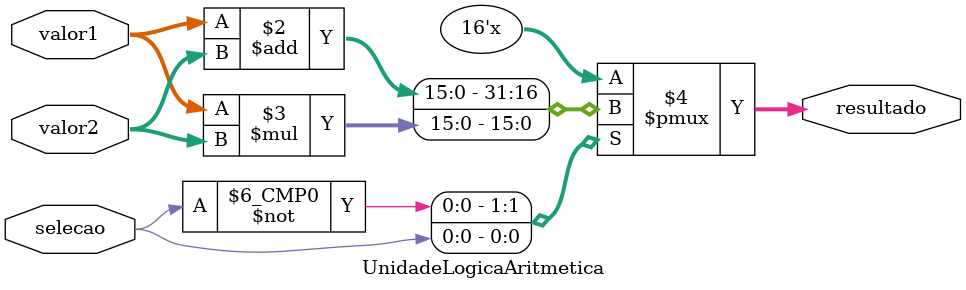
<source format=v>
module UnidadeLogicaAritmetica(
	input [15:0] valor1,
	input [15:0] valor2,
	input selecao,
	output reg [15:0] resultado);

	always @ (selecao or valor1 or valor2) begin
		case (selecao)
			1'b0: resultado = valor1 + valor2;
			1'b1: resultado = valor1 * valor2;
		endcase
	end
	
endmodule
</source>
